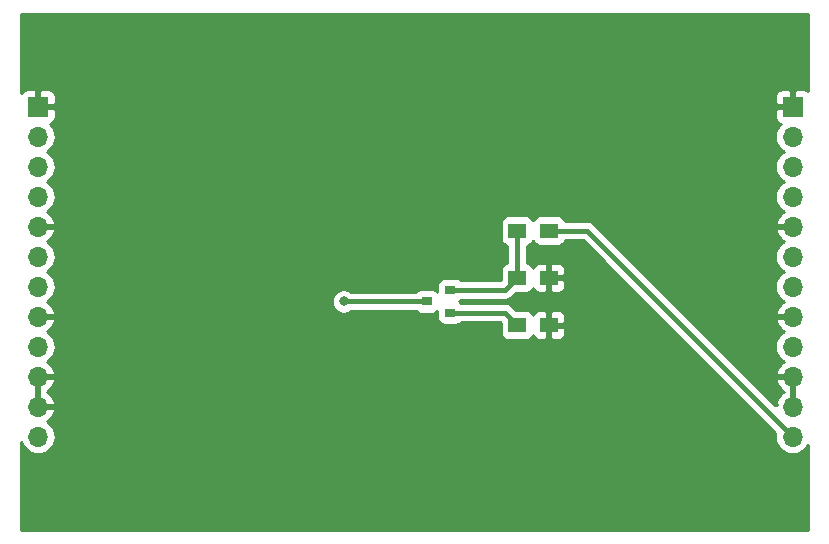
<source format=gbr>
G04 #@! TF.GenerationSoftware,KiCad,Pcbnew,(5.1.0)-1*
G04 #@! TF.CreationDate,2019-08-17T17:24:14+01:00*
G04 #@! TF.ProjectId,lcd_Daughterboard,6c63645f-4461-4756-9768-746572626f61,rev?*
G04 #@! TF.SameCoordinates,Original*
G04 #@! TF.FileFunction,Copper,L2,Bot*
G04 #@! TF.FilePolarity,Positive*
%FSLAX46Y46*%
G04 Gerber Fmt 4.6, Leading zero omitted, Abs format (unit mm)*
G04 Created by KiCad (PCBNEW (5.1.0)-1) date 2019-08-17 17:24:14*
%MOMM*%
%LPD*%
G04 APERTURE LIST*
%ADD10O,1.700000X1.700000*%
%ADD11R,1.700000X1.700000*%
%ADD12R,1.500000X1.300000*%
%ADD13R,0.900000X0.800000*%
%ADD14C,0.800000*%
%ADD15C,0.400000*%
%ADD16C,0.254000*%
G04 APERTURE END LIST*
D10*
X102100000Y-136440000D03*
X102100000Y-133900000D03*
X102100000Y-131360000D03*
X102100000Y-128820000D03*
X102100000Y-126280000D03*
X102100000Y-123740000D03*
X102100000Y-121200000D03*
X102100000Y-118660000D03*
X102100000Y-116120000D03*
X102100000Y-113580000D03*
X102100000Y-111040000D03*
D11*
X102100000Y-108500000D03*
X166000000Y-108500000D03*
D10*
X166000000Y-111040000D03*
X166000000Y-113580000D03*
X166000000Y-116120000D03*
X166000000Y-118660000D03*
X166000000Y-121200000D03*
X166000000Y-123740000D03*
X166000000Y-126280000D03*
X166000000Y-128820000D03*
X166000000Y-131360000D03*
X166000000Y-133900000D03*
X166000000Y-136440000D03*
D12*
X145350000Y-119000000D03*
X142650000Y-119000000D03*
X145350000Y-123000000D03*
X142650000Y-123000000D03*
X145350000Y-127000000D03*
X142650000Y-127000000D03*
D13*
X135000000Y-125000000D03*
X137000000Y-125950000D03*
X137000000Y-124050000D03*
D14*
X113600000Y-133100000D03*
X156000000Y-132500000D03*
X141300000Y-133100000D03*
X125900000Y-132900000D03*
X128000000Y-125000000D03*
D15*
X148560000Y-119000000D02*
X166000000Y-136440000D01*
X145350000Y-119000000D02*
X148560000Y-119000000D01*
X141600000Y-124050000D02*
X142650000Y-123000000D01*
X137000000Y-124050000D02*
X141600000Y-124050000D01*
X142650000Y-119000000D02*
X142650000Y-123000000D01*
X141600000Y-125950000D02*
X142650000Y-127000000D01*
X137000000Y-125950000D02*
X141600000Y-125950000D01*
X135000000Y-125000000D02*
X128000000Y-125000000D01*
D16*
G36*
X167315000Y-107215649D02*
G01*
X167301185Y-107198815D01*
X167204494Y-107119463D01*
X167094180Y-107060498D01*
X166974482Y-107024188D01*
X166850000Y-107011928D01*
X166285750Y-107015000D01*
X166127000Y-107173750D01*
X166127000Y-108373000D01*
X166147000Y-108373000D01*
X166147000Y-108627000D01*
X166127000Y-108627000D01*
X166127000Y-108647000D01*
X165873000Y-108647000D01*
X165873000Y-108627000D01*
X164673750Y-108627000D01*
X164515000Y-108785750D01*
X164511928Y-109350000D01*
X164524188Y-109474482D01*
X164560498Y-109594180D01*
X164619463Y-109704494D01*
X164698815Y-109801185D01*
X164795506Y-109880537D01*
X164905820Y-109939502D01*
X164974687Y-109960393D01*
X164944866Y-109984866D01*
X164759294Y-110210986D01*
X164621401Y-110468966D01*
X164536487Y-110748889D01*
X164507815Y-111040000D01*
X164536487Y-111331111D01*
X164621401Y-111611034D01*
X164759294Y-111869014D01*
X164944866Y-112095134D01*
X165170986Y-112280706D01*
X165225791Y-112310000D01*
X165170986Y-112339294D01*
X164944866Y-112524866D01*
X164759294Y-112750986D01*
X164621401Y-113008966D01*
X164536487Y-113288889D01*
X164507815Y-113580000D01*
X164536487Y-113871111D01*
X164621401Y-114151034D01*
X164759294Y-114409014D01*
X164944866Y-114635134D01*
X165170986Y-114820706D01*
X165225791Y-114850000D01*
X165170986Y-114879294D01*
X164944866Y-115064866D01*
X164759294Y-115290986D01*
X164621401Y-115548966D01*
X164536487Y-115828889D01*
X164507815Y-116120000D01*
X164536487Y-116411111D01*
X164621401Y-116691034D01*
X164759294Y-116949014D01*
X164944866Y-117175134D01*
X165170986Y-117360706D01*
X165235523Y-117395201D01*
X165118645Y-117464822D01*
X164902412Y-117659731D01*
X164728359Y-117893080D01*
X164603175Y-118155901D01*
X164558524Y-118303110D01*
X164679845Y-118533000D01*
X165873000Y-118533000D01*
X165873000Y-118513000D01*
X166127000Y-118513000D01*
X166127000Y-118533000D01*
X166147000Y-118533000D01*
X166147000Y-118787000D01*
X166127000Y-118787000D01*
X166127000Y-118807000D01*
X165873000Y-118807000D01*
X165873000Y-118787000D01*
X164679845Y-118787000D01*
X164558524Y-119016890D01*
X164603175Y-119164099D01*
X164728359Y-119426920D01*
X164902412Y-119660269D01*
X165118645Y-119855178D01*
X165235523Y-119924799D01*
X165170986Y-119959294D01*
X164944866Y-120144866D01*
X164759294Y-120370986D01*
X164621401Y-120628966D01*
X164536487Y-120908889D01*
X164507815Y-121200000D01*
X164536487Y-121491111D01*
X164621401Y-121771034D01*
X164759294Y-122029014D01*
X164944866Y-122255134D01*
X165170986Y-122440706D01*
X165225791Y-122470000D01*
X165170986Y-122499294D01*
X164944866Y-122684866D01*
X164759294Y-122910986D01*
X164621401Y-123168966D01*
X164536487Y-123448889D01*
X164507815Y-123740000D01*
X164536487Y-124031111D01*
X164621401Y-124311034D01*
X164759294Y-124569014D01*
X164944866Y-124795134D01*
X165170986Y-124980706D01*
X165235523Y-125015201D01*
X165118645Y-125084822D01*
X164902412Y-125279731D01*
X164728359Y-125513080D01*
X164603175Y-125775901D01*
X164558524Y-125923110D01*
X164679845Y-126153000D01*
X165873000Y-126153000D01*
X165873000Y-126133000D01*
X166127000Y-126133000D01*
X166127000Y-126153000D01*
X166147000Y-126153000D01*
X166147000Y-126407000D01*
X166127000Y-126407000D01*
X166127000Y-126427000D01*
X165873000Y-126427000D01*
X165873000Y-126407000D01*
X164679845Y-126407000D01*
X164558524Y-126636890D01*
X164603175Y-126784099D01*
X164728359Y-127046920D01*
X164902412Y-127280269D01*
X165118645Y-127475178D01*
X165235523Y-127544799D01*
X165170986Y-127579294D01*
X164944866Y-127764866D01*
X164759294Y-127990986D01*
X164621401Y-128248966D01*
X164536487Y-128528889D01*
X164507815Y-128820000D01*
X164536487Y-129111111D01*
X164621401Y-129391034D01*
X164759294Y-129649014D01*
X164944866Y-129875134D01*
X165170986Y-130060706D01*
X165235523Y-130095201D01*
X165118645Y-130164822D01*
X164902412Y-130359731D01*
X164728359Y-130593080D01*
X164603175Y-130855901D01*
X164558524Y-131003110D01*
X164679845Y-131233000D01*
X165873000Y-131233000D01*
X165873000Y-131213000D01*
X166127000Y-131213000D01*
X166127000Y-131233000D01*
X166147000Y-131233000D01*
X166147000Y-131487000D01*
X166127000Y-131487000D01*
X166127000Y-133773000D01*
X166147000Y-133773000D01*
X166147000Y-134027000D01*
X166127000Y-134027000D01*
X166127000Y-134047000D01*
X165873000Y-134047000D01*
X165873000Y-134027000D01*
X165853000Y-134027000D01*
X165853000Y-133773000D01*
X165873000Y-133773000D01*
X165873000Y-131487000D01*
X164679845Y-131487000D01*
X164558524Y-131716890D01*
X164603175Y-131864099D01*
X164728359Y-132126920D01*
X164902412Y-132360269D01*
X165118645Y-132555178D01*
X165244255Y-132630000D01*
X165118645Y-132704822D01*
X164902412Y-132899731D01*
X164728359Y-133133080D01*
X164603175Y-133395901D01*
X164558524Y-133543110D01*
X164679844Y-133772998D01*
X164515000Y-133772998D01*
X164515000Y-133774131D01*
X149179446Y-118438579D01*
X149153291Y-118406709D01*
X149026146Y-118302364D01*
X148881087Y-118224828D01*
X148723689Y-118177082D01*
X148601019Y-118165000D01*
X148601018Y-118165000D01*
X148560000Y-118160960D01*
X148518982Y-118165000D01*
X146707454Y-118165000D01*
X146689502Y-118105820D01*
X146630537Y-117995506D01*
X146551185Y-117898815D01*
X146454494Y-117819463D01*
X146344180Y-117760498D01*
X146224482Y-117724188D01*
X146100000Y-117711928D01*
X144600000Y-117711928D01*
X144475518Y-117724188D01*
X144355820Y-117760498D01*
X144245506Y-117819463D01*
X144148815Y-117898815D01*
X144069463Y-117995506D01*
X144010498Y-118105820D01*
X144000000Y-118140427D01*
X143989502Y-118105820D01*
X143930537Y-117995506D01*
X143851185Y-117898815D01*
X143754494Y-117819463D01*
X143644180Y-117760498D01*
X143524482Y-117724188D01*
X143400000Y-117711928D01*
X141900000Y-117711928D01*
X141775518Y-117724188D01*
X141655820Y-117760498D01*
X141545506Y-117819463D01*
X141448815Y-117898815D01*
X141369463Y-117995506D01*
X141310498Y-118105820D01*
X141274188Y-118225518D01*
X141261928Y-118350000D01*
X141261928Y-119650000D01*
X141274188Y-119774482D01*
X141310498Y-119894180D01*
X141369463Y-120004494D01*
X141448815Y-120101185D01*
X141545506Y-120180537D01*
X141655820Y-120239502D01*
X141775518Y-120275812D01*
X141815000Y-120279701D01*
X141815001Y-121720299D01*
X141775518Y-121724188D01*
X141655820Y-121760498D01*
X141545506Y-121819463D01*
X141448815Y-121898815D01*
X141369463Y-121995506D01*
X141310498Y-122105820D01*
X141274188Y-122225518D01*
X141261928Y-122350000D01*
X141261928Y-123207205D01*
X141254133Y-123215000D01*
X137914468Y-123215000D01*
X137901185Y-123198815D01*
X137804494Y-123119463D01*
X137694180Y-123060498D01*
X137574482Y-123024188D01*
X137450000Y-123011928D01*
X136550000Y-123011928D01*
X136425518Y-123024188D01*
X136305820Y-123060498D01*
X136195506Y-123119463D01*
X136098815Y-123198815D01*
X136019463Y-123295506D01*
X135960498Y-123405820D01*
X135924188Y-123525518D01*
X135911928Y-123650000D01*
X135911928Y-124161905D01*
X135901185Y-124148815D01*
X135804494Y-124069463D01*
X135694180Y-124010498D01*
X135574482Y-123974188D01*
X135450000Y-123961928D01*
X134550000Y-123961928D01*
X134425518Y-123974188D01*
X134305820Y-124010498D01*
X134195506Y-124069463D01*
X134098815Y-124148815D01*
X134085532Y-124165000D01*
X128613285Y-124165000D01*
X128490256Y-124082795D01*
X128301898Y-124004774D01*
X128101939Y-123965000D01*
X127898061Y-123965000D01*
X127698102Y-124004774D01*
X127509744Y-124082795D01*
X127340226Y-124196063D01*
X127196063Y-124340226D01*
X127082795Y-124509744D01*
X127004774Y-124698102D01*
X126965000Y-124898061D01*
X126965000Y-125101939D01*
X127004774Y-125301898D01*
X127082795Y-125490256D01*
X127196063Y-125659774D01*
X127340226Y-125803937D01*
X127509744Y-125917205D01*
X127698102Y-125995226D01*
X127898061Y-126035000D01*
X128101939Y-126035000D01*
X128301898Y-125995226D01*
X128490256Y-125917205D01*
X128613285Y-125835000D01*
X134085532Y-125835000D01*
X134098815Y-125851185D01*
X134195506Y-125930537D01*
X134305820Y-125989502D01*
X134425518Y-126025812D01*
X134550000Y-126038072D01*
X135450000Y-126038072D01*
X135574482Y-126025812D01*
X135694180Y-125989502D01*
X135804494Y-125930537D01*
X135901185Y-125851185D01*
X135911928Y-125838095D01*
X135911928Y-126350000D01*
X135924188Y-126474482D01*
X135960498Y-126594180D01*
X136019463Y-126704494D01*
X136098815Y-126801185D01*
X136195506Y-126880537D01*
X136305820Y-126939502D01*
X136425518Y-126975812D01*
X136550000Y-126988072D01*
X137450000Y-126988072D01*
X137574482Y-126975812D01*
X137694180Y-126939502D01*
X137804494Y-126880537D01*
X137901185Y-126801185D01*
X137914468Y-126785000D01*
X141254133Y-126785000D01*
X141261928Y-126792795D01*
X141261928Y-127650000D01*
X141274188Y-127774482D01*
X141310498Y-127894180D01*
X141369463Y-128004494D01*
X141448815Y-128101185D01*
X141545506Y-128180537D01*
X141655820Y-128239502D01*
X141775518Y-128275812D01*
X141900000Y-128288072D01*
X143400000Y-128288072D01*
X143524482Y-128275812D01*
X143644180Y-128239502D01*
X143754494Y-128180537D01*
X143851185Y-128101185D01*
X143930537Y-128004494D01*
X143989502Y-127894180D01*
X144000000Y-127859573D01*
X144010498Y-127894180D01*
X144069463Y-128004494D01*
X144148815Y-128101185D01*
X144245506Y-128180537D01*
X144355820Y-128239502D01*
X144475518Y-128275812D01*
X144600000Y-128288072D01*
X145064250Y-128285000D01*
X145223000Y-128126250D01*
X145223000Y-127127000D01*
X145477000Y-127127000D01*
X145477000Y-128126250D01*
X145635750Y-128285000D01*
X146100000Y-128288072D01*
X146224482Y-128275812D01*
X146344180Y-128239502D01*
X146454494Y-128180537D01*
X146551185Y-128101185D01*
X146630537Y-128004494D01*
X146689502Y-127894180D01*
X146725812Y-127774482D01*
X146738072Y-127650000D01*
X146735000Y-127285750D01*
X146576250Y-127127000D01*
X145477000Y-127127000D01*
X145223000Y-127127000D01*
X145203000Y-127127000D01*
X145203000Y-126873000D01*
X145223000Y-126873000D01*
X145223000Y-125873750D01*
X145477000Y-125873750D01*
X145477000Y-126873000D01*
X146576250Y-126873000D01*
X146735000Y-126714250D01*
X146738072Y-126350000D01*
X146725812Y-126225518D01*
X146689502Y-126105820D01*
X146630537Y-125995506D01*
X146551185Y-125898815D01*
X146454494Y-125819463D01*
X146344180Y-125760498D01*
X146224482Y-125724188D01*
X146100000Y-125711928D01*
X145635750Y-125715000D01*
X145477000Y-125873750D01*
X145223000Y-125873750D01*
X145064250Y-125715000D01*
X144600000Y-125711928D01*
X144475518Y-125724188D01*
X144355820Y-125760498D01*
X144245506Y-125819463D01*
X144148815Y-125898815D01*
X144069463Y-125995506D01*
X144010498Y-126105820D01*
X144000000Y-126140427D01*
X143989502Y-126105820D01*
X143930537Y-125995506D01*
X143851185Y-125898815D01*
X143754494Y-125819463D01*
X143644180Y-125760498D01*
X143524482Y-125724188D01*
X143400000Y-125711928D01*
X142542795Y-125711928D01*
X142219446Y-125388579D01*
X142193291Y-125356709D01*
X142066146Y-125252364D01*
X141921087Y-125174828D01*
X141763689Y-125127082D01*
X141641019Y-125115000D01*
X141641018Y-125115000D01*
X141600000Y-125110960D01*
X141558982Y-125115000D01*
X137914468Y-125115000D01*
X137901185Y-125098815D01*
X137804494Y-125019463D01*
X137768082Y-125000000D01*
X137804494Y-124980537D01*
X137901185Y-124901185D01*
X137914468Y-124885000D01*
X141558982Y-124885000D01*
X141600000Y-124889040D01*
X141641018Y-124885000D01*
X141641019Y-124885000D01*
X141763689Y-124872918D01*
X141921087Y-124825172D01*
X142066146Y-124747636D01*
X142193291Y-124643291D01*
X142219446Y-124611421D01*
X142542795Y-124288072D01*
X143400000Y-124288072D01*
X143524482Y-124275812D01*
X143644180Y-124239502D01*
X143754494Y-124180537D01*
X143851185Y-124101185D01*
X143930537Y-124004494D01*
X143989502Y-123894180D01*
X144000000Y-123859573D01*
X144010498Y-123894180D01*
X144069463Y-124004494D01*
X144148815Y-124101185D01*
X144245506Y-124180537D01*
X144355820Y-124239502D01*
X144475518Y-124275812D01*
X144600000Y-124288072D01*
X145064250Y-124285000D01*
X145223000Y-124126250D01*
X145223000Y-123127000D01*
X145477000Y-123127000D01*
X145477000Y-124126250D01*
X145635750Y-124285000D01*
X146100000Y-124288072D01*
X146224482Y-124275812D01*
X146344180Y-124239502D01*
X146454494Y-124180537D01*
X146551185Y-124101185D01*
X146630537Y-124004494D01*
X146689502Y-123894180D01*
X146725812Y-123774482D01*
X146738072Y-123650000D01*
X146735000Y-123285750D01*
X146576250Y-123127000D01*
X145477000Y-123127000D01*
X145223000Y-123127000D01*
X145203000Y-123127000D01*
X145203000Y-122873000D01*
X145223000Y-122873000D01*
X145223000Y-121873750D01*
X145477000Y-121873750D01*
X145477000Y-122873000D01*
X146576250Y-122873000D01*
X146735000Y-122714250D01*
X146738072Y-122350000D01*
X146725812Y-122225518D01*
X146689502Y-122105820D01*
X146630537Y-121995506D01*
X146551185Y-121898815D01*
X146454494Y-121819463D01*
X146344180Y-121760498D01*
X146224482Y-121724188D01*
X146100000Y-121711928D01*
X145635750Y-121715000D01*
X145477000Y-121873750D01*
X145223000Y-121873750D01*
X145064250Y-121715000D01*
X144600000Y-121711928D01*
X144475518Y-121724188D01*
X144355820Y-121760498D01*
X144245506Y-121819463D01*
X144148815Y-121898815D01*
X144069463Y-121995506D01*
X144010498Y-122105820D01*
X144000000Y-122140427D01*
X143989502Y-122105820D01*
X143930537Y-121995506D01*
X143851185Y-121898815D01*
X143754494Y-121819463D01*
X143644180Y-121760498D01*
X143524482Y-121724188D01*
X143485000Y-121720299D01*
X143485000Y-120279701D01*
X143524482Y-120275812D01*
X143644180Y-120239502D01*
X143754494Y-120180537D01*
X143851185Y-120101185D01*
X143930537Y-120004494D01*
X143989502Y-119894180D01*
X144000000Y-119859573D01*
X144010498Y-119894180D01*
X144069463Y-120004494D01*
X144148815Y-120101185D01*
X144245506Y-120180537D01*
X144355820Y-120239502D01*
X144475518Y-120275812D01*
X144600000Y-120288072D01*
X146100000Y-120288072D01*
X146224482Y-120275812D01*
X146344180Y-120239502D01*
X146454494Y-120180537D01*
X146551185Y-120101185D01*
X146630537Y-120004494D01*
X146689502Y-119894180D01*
X146707454Y-119835000D01*
X148214133Y-119835000D01*
X164535728Y-136156597D01*
X164507815Y-136440000D01*
X164536487Y-136731111D01*
X164621401Y-137011034D01*
X164759294Y-137269014D01*
X164944866Y-137495134D01*
X165170986Y-137680706D01*
X165428966Y-137818599D01*
X165708889Y-137903513D01*
X165927050Y-137925000D01*
X166072950Y-137925000D01*
X166291111Y-137903513D01*
X166571034Y-137818599D01*
X166829014Y-137680706D01*
X167055134Y-137495134D01*
X167240706Y-137269014D01*
X167315001Y-137130018D01*
X167315001Y-144315000D01*
X100685000Y-144315000D01*
X100685000Y-136891036D01*
X100721401Y-137011034D01*
X100859294Y-137269014D01*
X101044866Y-137495134D01*
X101270986Y-137680706D01*
X101528966Y-137818599D01*
X101808889Y-137903513D01*
X102027050Y-137925000D01*
X102172950Y-137925000D01*
X102391111Y-137903513D01*
X102671034Y-137818599D01*
X102929014Y-137680706D01*
X103155134Y-137495134D01*
X103340706Y-137269014D01*
X103478599Y-137011034D01*
X103563513Y-136731111D01*
X103592185Y-136440000D01*
X103563513Y-136148889D01*
X103478599Y-135868966D01*
X103340706Y-135610986D01*
X103155134Y-135384866D01*
X102929014Y-135199294D01*
X102864477Y-135164799D01*
X102981355Y-135095178D01*
X103197588Y-134900269D01*
X103371641Y-134666920D01*
X103496825Y-134404099D01*
X103541476Y-134256890D01*
X103420155Y-134027000D01*
X102227000Y-134027000D01*
X102227000Y-134047000D01*
X101973000Y-134047000D01*
X101973000Y-134027000D01*
X101953000Y-134027000D01*
X101953000Y-133773000D01*
X101973000Y-133773000D01*
X101973000Y-131487000D01*
X102227000Y-131487000D01*
X102227000Y-133773000D01*
X103420155Y-133773000D01*
X103541476Y-133543110D01*
X103496825Y-133395901D01*
X103371641Y-133133080D01*
X103197588Y-132899731D01*
X102981355Y-132704822D01*
X102855745Y-132630000D01*
X102981355Y-132555178D01*
X103197588Y-132360269D01*
X103371641Y-132126920D01*
X103496825Y-131864099D01*
X103541476Y-131716890D01*
X103420155Y-131487000D01*
X102227000Y-131487000D01*
X101973000Y-131487000D01*
X101953000Y-131487000D01*
X101953000Y-131233000D01*
X101973000Y-131233000D01*
X101973000Y-131213000D01*
X102227000Y-131213000D01*
X102227000Y-131233000D01*
X103420155Y-131233000D01*
X103541476Y-131003110D01*
X103496825Y-130855901D01*
X103371641Y-130593080D01*
X103197588Y-130359731D01*
X102981355Y-130164822D01*
X102864477Y-130095201D01*
X102929014Y-130060706D01*
X103155134Y-129875134D01*
X103340706Y-129649014D01*
X103478599Y-129391034D01*
X103563513Y-129111111D01*
X103592185Y-128820000D01*
X103563513Y-128528889D01*
X103478599Y-128248966D01*
X103340706Y-127990986D01*
X103155134Y-127764866D01*
X102929014Y-127579294D01*
X102864477Y-127544799D01*
X102981355Y-127475178D01*
X103197588Y-127280269D01*
X103371641Y-127046920D01*
X103496825Y-126784099D01*
X103541476Y-126636890D01*
X103420155Y-126407000D01*
X102227000Y-126407000D01*
X102227000Y-126427000D01*
X101973000Y-126427000D01*
X101973000Y-126407000D01*
X101953000Y-126407000D01*
X101953000Y-126153000D01*
X101973000Y-126153000D01*
X101973000Y-126133000D01*
X102227000Y-126133000D01*
X102227000Y-126153000D01*
X103420155Y-126153000D01*
X103541476Y-125923110D01*
X103496825Y-125775901D01*
X103371641Y-125513080D01*
X103197588Y-125279731D01*
X102981355Y-125084822D01*
X102864477Y-125015201D01*
X102929014Y-124980706D01*
X103155134Y-124795134D01*
X103340706Y-124569014D01*
X103478599Y-124311034D01*
X103563513Y-124031111D01*
X103592185Y-123740000D01*
X103563513Y-123448889D01*
X103478599Y-123168966D01*
X103340706Y-122910986D01*
X103155134Y-122684866D01*
X102929014Y-122499294D01*
X102874209Y-122470000D01*
X102929014Y-122440706D01*
X103155134Y-122255134D01*
X103340706Y-122029014D01*
X103478599Y-121771034D01*
X103563513Y-121491111D01*
X103592185Y-121200000D01*
X103563513Y-120908889D01*
X103478599Y-120628966D01*
X103340706Y-120370986D01*
X103155134Y-120144866D01*
X102929014Y-119959294D01*
X102864477Y-119924799D01*
X102981355Y-119855178D01*
X103197588Y-119660269D01*
X103371641Y-119426920D01*
X103496825Y-119164099D01*
X103541476Y-119016890D01*
X103420155Y-118787000D01*
X102227000Y-118787000D01*
X102227000Y-118807000D01*
X101973000Y-118807000D01*
X101973000Y-118787000D01*
X101953000Y-118787000D01*
X101953000Y-118533000D01*
X101973000Y-118533000D01*
X101973000Y-118513000D01*
X102227000Y-118513000D01*
X102227000Y-118533000D01*
X103420155Y-118533000D01*
X103541476Y-118303110D01*
X103496825Y-118155901D01*
X103371641Y-117893080D01*
X103197588Y-117659731D01*
X102981355Y-117464822D01*
X102864477Y-117395201D01*
X102929014Y-117360706D01*
X103155134Y-117175134D01*
X103340706Y-116949014D01*
X103478599Y-116691034D01*
X103563513Y-116411111D01*
X103592185Y-116120000D01*
X103563513Y-115828889D01*
X103478599Y-115548966D01*
X103340706Y-115290986D01*
X103155134Y-115064866D01*
X102929014Y-114879294D01*
X102874209Y-114850000D01*
X102929014Y-114820706D01*
X103155134Y-114635134D01*
X103340706Y-114409014D01*
X103478599Y-114151034D01*
X103563513Y-113871111D01*
X103592185Y-113580000D01*
X103563513Y-113288889D01*
X103478599Y-113008966D01*
X103340706Y-112750986D01*
X103155134Y-112524866D01*
X102929014Y-112339294D01*
X102874209Y-112310000D01*
X102929014Y-112280706D01*
X103155134Y-112095134D01*
X103340706Y-111869014D01*
X103478599Y-111611034D01*
X103563513Y-111331111D01*
X103592185Y-111040000D01*
X103563513Y-110748889D01*
X103478599Y-110468966D01*
X103340706Y-110210986D01*
X103155134Y-109984866D01*
X103125313Y-109960393D01*
X103194180Y-109939502D01*
X103304494Y-109880537D01*
X103401185Y-109801185D01*
X103480537Y-109704494D01*
X103539502Y-109594180D01*
X103575812Y-109474482D01*
X103588072Y-109350000D01*
X103585000Y-108785750D01*
X103426250Y-108627000D01*
X102227000Y-108627000D01*
X102227000Y-108647000D01*
X101973000Y-108647000D01*
X101973000Y-108627000D01*
X101953000Y-108627000D01*
X101953000Y-108373000D01*
X101973000Y-108373000D01*
X101973000Y-107173750D01*
X102227000Y-107173750D01*
X102227000Y-108373000D01*
X103426250Y-108373000D01*
X103585000Y-108214250D01*
X103588072Y-107650000D01*
X164511928Y-107650000D01*
X164515000Y-108214250D01*
X164673750Y-108373000D01*
X165873000Y-108373000D01*
X165873000Y-107173750D01*
X165714250Y-107015000D01*
X165150000Y-107011928D01*
X165025518Y-107024188D01*
X164905820Y-107060498D01*
X164795506Y-107119463D01*
X164698815Y-107198815D01*
X164619463Y-107295506D01*
X164560498Y-107405820D01*
X164524188Y-107525518D01*
X164511928Y-107650000D01*
X103588072Y-107650000D01*
X103575812Y-107525518D01*
X103539502Y-107405820D01*
X103480537Y-107295506D01*
X103401185Y-107198815D01*
X103304494Y-107119463D01*
X103194180Y-107060498D01*
X103074482Y-107024188D01*
X102950000Y-107011928D01*
X102385750Y-107015000D01*
X102227000Y-107173750D01*
X101973000Y-107173750D01*
X101814250Y-107015000D01*
X101250000Y-107011928D01*
X101125518Y-107024188D01*
X101005820Y-107060498D01*
X100895506Y-107119463D01*
X100798815Y-107198815D01*
X100719463Y-107295506D01*
X100685000Y-107359981D01*
X100685000Y-100685000D01*
X167315000Y-100685000D01*
X167315000Y-107215649D01*
X167315000Y-107215649D01*
G37*
X167315000Y-107215649D02*
X167301185Y-107198815D01*
X167204494Y-107119463D01*
X167094180Y-107060498D01*
X166974482Y-107024188D01*
X166850000Y-107011928D01*
X166285750Y-107015000D01*
X166127000Y-107173750D01*
X166127000Y-108373000D01*
X166147000Y-108373000D01*
X166147000Y-108627000D01*
X166127000Y-108627000D01*
X166127000Y-108647000D01*
X165873000Y-108647000D01*
X165873000Y-108627000D01*
X164673750Y-108627000D01*
X164515000Y-108785750D01*
X164511928Y-109350000D01*
X164524188Y-109474482D01*
X164560498Y-109594180D01*
X164619463Y-109704494D01*
X164698815Y-109801185D01*
X164795506Y-109880537D01*
X164905820Y-109939502D01*
X164974687Y-109960393D01*
X164944866Y-109984866D01*
X164759294Y-110210986D01*
X164621401Y-110468966D01*
X164536487Y-110748889D01*
X164507815Y-111040000D01*
X164536487Y-111331111D01*
X164621401Y-111611034D01*
X164759294Y-111869014D01*
X164944866Y-112095134D01*
X165170986Y-112280706D01*
X165225791Y-112310000D01*
X165170986Y-112339294D01*
X164944866Y-112524866D01*
X164759294Y-112750986D01*
X164621401Y-113008966D01*
X164536487Y-113288889D01*
X164507815Y-113580000D01*
X164536487Y-113871111D01*
X164621401Y-114151034D01*
X164759294Y-114409014D01*
X164944866Y-114635134D01*
X165170986Y-114820706D01*
X165225791Y-114850000D01*
X165170986Y-114879294D01*
X164944866Y-115064866D01*
X164759294Y-115290986D01*
X164621401Y-115548966D01*
X164536487Y-115828889D01*
X164507815Y-116120000D01*
X164536487Y-116411111D01*
X164621401Y-116691034D01*
X164759294Y-116949014D01*
X164944866Y-117175134D01*
X165170986Y-117360706D01*
X165235523Y-117395201D01*
X165118645Y-117464822D01*
X164902412Y-117659731D01*
X164728359Y-117893080D01*
X164603175Y-118155901D01*
X164558524Y-118303110D01*
X164679845Y-118533000D01*
X165873000Y-118533000D01*
X165873000Y-118513000D01*
X166127000Y-118513000D01*
X166127000Y-118533000D01*
X166147000Y-118533000D01*
X166147000Y-118787000D01*
X166127000Y-118787000D01*
X166127000Y-118807000D01*
X165873000Y-118807000D01*
X165873000Y-118787000D01*
X164679845Y-118787000D01*
X164558524Y-119016890D01*
X164603175Y-119164099D01*
X164728359Y-119426920D01*
X164902412Y-119660269D01*
X165118645Y-119855178D01*
X165235523Y-119924799D01*
X165170986Y-119959294D01*
X164944866Y-120144866D01*
X164759294Y-120370986D01*
X164621401Y-120628966D01*
X164536487Y-120908889D01*
X164507815Y-121200000D01*
X164536487Y-121491111D01*
X164621401Y-121771034D01*
X164759294Y-122029014D01*
X164944866Y-122255134D01*
X165170986Y-122440706D01*
X165225791Y-122470000D01*
X165170986Y-122499294D01*
X164944866Y-122684866D01*
X164759294Y-122910986D01*
X164621401Y-123168966D01*
X164536487Y-123448889D01*
X164507815Y-123740000D01*
X164536487Y-124031111D01*
X164621401Y-124311034D01*
X164759294Y-124569014D01*
X164944866Y-124795134D01*
X165170986Y-124980706D01*
X165235523Y-125015201D01*
X165118645Y-125084822D01*
X164902412Y-125279731D01*
X164728359Y-125513080D01*
X164603175Y-125775901D01*
X164558524Y-125923110D01*
X164679845Y-126153000D01*
X165873000Y-126153000D01*
X165873000Y-126133000D01*
X166127000Y-126133000D01*
X166127000Y-126153000D01*
X166147000Y-126153000D01*
X166147000Y-126407000D01*
X166127000Y-126407000D01*
X166127000Y-126427000D01*
X165873000Y-126427000D01*
X165873000Y-126407000D01*
X164679845Y-126407000D01*
X164558524Y-126636890D01*
X164603175Y-126784099D01*
X164728359Y-127046920D01*
X164902412Y-127280269D01*
X165118645Y-127475178D01*
X165235523Y-127544799D01*
X165170986Y-127579294D01*
X164944866Y-127764866D01*
X164759294Y-127990986D01*
X164621401Y-128248966D01*
X164536487Y-128528889D01*
X164507815Y-128820000D01*
X164536487Y-129111111D01*
X164621401Y-129391034D01*
X164759294Y-129649014D01*
X164944866Y-129875134D01*
X165170986Y-130060706D01*
X165235523Y-130095201D01*
X165118645Y-130164822D01*
X164902412Y-130359731D01*
X164728359Y-130593080D01*
X164603175Y-130855901D01*
X164558524Y-131003110D01*
X164679845Y-131233000D01*
X165873000Y-131233000D01*
X165873000Y-131213000D01*
X166127000Y-131213000D01*
X166127000Y-131233000D01*
X166147000Y-131233000D01*
X166147000Y-131487000D01*
X166127000Y-131487000D01*
X166127000Y-133773000D01*
X166147000Y-133773000D01*
X166147000Y-134027000D01*
X166127000Y-134027000D01*
X166127000Y-134047000D01*
X165873000Y-134047000D01*
X165873000Y-134027000D01*
X165853000Y-134027000D01*
X165853000Y-133773000D01*
X165873000Y-133773000D01*
X165873000Y-131487000D01*
X164679845Y-131487000D01*
X164558524Y-131716890D01*
X164603175Y-131864099D01*
X164728359Y-132126920D01*
X164902412Y-132360269D01*
X165118645Y-132555178D01*
X165244255Y-132630000D01*
X165118645Y-132704822D01*
X164902412Y-132899731D01*
X164728359Y-133133080D01*
X164603175Y-133395901D01*
X164558524Y-133543110D01*
X164679844Y-133772998D01*
X164515000Y-133772998D01*
X164515000Y-133774131D01*
X149179446Y-118438579D01*
X149153291Y-118406709D01*
X149026146Y-118302364D01*
X148881087Y-118224828D01*
X148723689Y-118177082D01*
X148601019Y-118165000D01*
X148601018Y-118165000D01*
X148560000Y-118160960D01*
X148518982Y-118165000D01*
X146707454Y-118165000D01*
X146689502Y-118105820D01*
X146630537Y-117995506D01*
X146551185Y-117898815D01*
X146454494Y-117819463D01*
X146344180Y-117760498D01*
X146224482Y-117724188D01*
X146100000Y-117711928D01*
X144600000Y-117711928D01*
X144475518Y-117724188D01*
X144355820Y-117760498D01*
X144245506Y-117819463D01*
X144148815Y-117898815D01*
X144069463Y-117995506D01*
X144010498Y-118105820D01*
X144000000Y-118140427D01*
X143989502Y-118105820D01*
X143930537Y-117995506D01*
X143851185Y-117898815D01*
X143754494Y-117819463D01*
X143644180Y-117760498D01*
X143524482Y-117724188D01*
X143400000Y-117711928D01*
X141900000Y-117711928D01*
X141775518Y-117724188D01*
X141655820Y-117760498D01*
X141545506Y-117819463D01*
X141448815Y-117898815D01*
X141369463Y-117995506D01*
X141310498Y-118105820D01*
X141274188Y-118225518D01*
X141261928Y-118350000D01*
X141261928Y-119650000D01*
X141274188Y-119774482D01*
X141310498Y-119894180D01*
X141369463Y-120004494D01*
X141448815Y-120101185D01*
X141545506Y-120180537D01*
X141655820Y-120239502D01*
X141775518Y-120275812D01*
X141815000Y-120279701D01*
X141815001Y-121720299D01*
X141775518Y-121724188D01*
X141655820Y-121760498D01*
X141545506Y-121819463D01*
X141448815Y-121898815D01*
X141369463Y-121995506D01*
X141310498Y-122105820D01*
X141274188Y-122225518D01*
X141261928Y-122350000D01*
X141261928Y-123207205D01*
X141254133Y-123215000D01*
X137914468Y-123215000D01*
X137901185Y-123198815D01*
X137804494Y-123119463D01*
X137694180Y-123060498D01*
X137574482Y-123024188D01*
X137450000Y-123011928D01*
X136550000Y-123011928D01*
X136425518Y-123024188D01*
X136305820Y-123060498D01*
X136195506Y-123119463D01*
X136098815Y-123198815D01*
X136019463Y-123295506D01*
X135960498Y-123405820D01*
X135924188Y-123525518D01*
X135911928Y-123650000D01*
X135911928Y-124161905D01*
X135901185Y-124148815D01*
X135804494Y-124069463D01*
X135694180Y-124010498D01*
X135574482Y-123974188D01*
X135450000Y-123961928D01*
X134550000Y-123961928D01*
X134425518Y-123974188D01*
X134305820Y-124010498D01*
X134195506Y-124069463D01*
X134098815Y-124148815D01*
X134085532Y-124165000D01*
X128613285Y-124165000D01*
X128490256Y-124082795D01*
X128301898Y-124004774D01*
X128101939Y-123965000D01*
X127898061Y-123965000D01*
X127698102Y-124004774D01*
X127509744Y-124082795D01*
X127340226Y-124196063D01*
X127196063Y-124340226D01*
X127082795Y-124509744D01*
X127004774Y-124698102D01*
X126965000Y-124898061D01*
X126965000Y-125101939D01*
X127004774Y-125301898D01*
X127082795Y-125490256D01*
X127196063Y-125659774D01*
X127340226Y-125803937D01*
X127509744Y-125917205D01*
X127698102Y-125995226D01*
X127898061Y-126035000D01*
X128101939Y-126035000D01*
X128301898Y-125995226D01*
X128490256Y-125917205D01*
X128613285Y-125835000D01*
X134085532Y-125835000D01*
X134098815Y-125851185D01*
X134195506Y-125930537D01*
X134305820Y-125989502D01*
X134425518Y-126025812D01*
X134550000Y-126038072D01*
X135450000Y-126038072D01*
X135574482Y-126025812D01*
X135694180Y-125989502D01*
X135804494Y-125930537D01*
X135901185Y-125851185D01*
X135911928Y-125838095D01*
X135911928Y-126350000D01*
X135924188Y-126474482D01*
X135960498Y-126594180D01*
X136019463Y-126704494D01*
X136098815Y-126801185D01*
X136195506Y-126880537D01*
X136305820Y-126939502D01*
X136425518Y-126975812D01*
X136550000Y-126988072D01*
X137450000Y-126988072D01*
X137574482Y-126975812D01*
X137694180Y-126939502D01*
X137804494Y-126880537D01*
X137901185Y-126801185D01*
X137914468Y-126785000D01*
X141254133Y-126785000D01*
X141261928Y-126792795D01*
X141261928Y-127650000D01*
X141274188Y-127774482D01*
X141310498Y-127894180D01*
X141369463Y-128004494D01*
X141448815Y-128101185D01*
X141545506Y-128180537D01*
X141655820Y-128239502D01*
X141775518Y-128275812D01*
X141900000Y-128288072D01*
X143400000Y-128288072D01*
X143524482Y-128275812D01*
X143644180Y-128239502D01*
X143754494Y-128180537D01*
X143851185Y-128101185D01*
X143930537Y-128004494D01*
X143989502Y-127894180D01*
X144000000Y-127859573D01*
X144010498Y-127894180D01*
X144069463Y-128004494D01*
X144148815Y-128101185D01*
X144245506Y-128180537D01*
X144355820Y-128239502D01*
X144475518Y-128275812D01*
X144600000Y-128288072D01*
X145064250Y-128285000D01*
X145223000Y-128126250D01*
X145223000Y-127127000D01*
X145477000Y-127127000D01*
X145477000Y-128126250D01*
X145635750Y-128285000D01*
X146100000Y-128288072D01*
X146224482Y-128275812D01*
X146344180Y-128239502D01*
X146454494Y-128180537D01*
X146551185Y-128101185D01*
X146630537Y-128004494D01*
X146689502Y-127894180D01*
X146725812Y-127774482D01*
X146738072Y-127650000D01*
X146735000Y-127285750D01*
X146576250Y-127127000D01*
X145477000Y-127127000D01*
X145223000Y-127127000D01*
X145203000Y-127127000D01*
X145203000Y-126873000D01*
X145223000Y-126873000D01*
X145223000Y-125873750D01*
X145477000Y-125873750D01*
X145477000Y-126873000D01*
X146576250Y-126873000D01*
X146735000Y-126714250D01*
X146738072Y-126350000D01*
X146725812Y-126225518D01*
X146689502Y-126105820D01*
X146630537Y-125995506D01*
X146551185Y-125898815D01*
X146454494Y-125819463D01*
X146344180Y-125760498D01*
X146224482Y-125724188D01*
X146100000Y-125711928D01*
X145635750Y-125715000D01*
X145477000Y-125873750D01*
X145223000Y-125873750D01*
X145064250Y-125715000D01*
X144600000Y-125711928D01*
X144475518Y-125724188D01*
X144355820Y-125760498D01*
X144245506Y-125819463D01*
X144148815Y-125898815D01*
X144069463Y-125995506D01*
X144010498Y-126105820D01*
X144000000Y-126140427D01*
X143989502Y-126105820D01*
X143930537Y-125995506D01*
X143851185Y-125898815D01*
X143754494Y-125819463D01*
X143644180Y-125760498D01*
X143524482Y-125724188D01*
X143400000Y-125711928D01*
X142542795Y-125711928D01*
X142219446Y-125388579D01*
X142193291Y-125356709D01*
X142066146Y-125252364D01*
X141921087Y-125174828D01*
X141763689Y-125127082D01*
X141641019Y-125115000D01*
X141641018Y-125115000D01*
X141600000Y-125110960D01*
X141558982Y-125115000D01*
X137914468Y-125115000D01*
X137901185Y-125098815D01*
X137804494Y-125019463D01*
X137768082Y-125000000D01*
X137804494Y-124980537D01*
X137901185Y-124901185D01*
X137914468Y-124885000D01*
X141558982Y-124885000D01*
X141600000Y-124889040D01*
X141641018Y-124885000D01*
X141641019Y-124885000D01*
X141763689Y-124872918D01*
X141921087Y-124825172D01*
X142066146Y-124747636D01*
X142193291Y-124643291D01*
X142219446Y-124611421D01*
X142542795Y-124288072D01*
X143400000Y-124288072D01*
X143524482Y-124275812D01*
X143644180Y-124239502D01*
X143754494Y-124180537D01*
X143851185Y-124101185D01*
X143930537Y-124004494D01*
X143989502Y-123894180D01*
X144000000Y-123859573D01*
X144010498Y-123894180D01*
X144069463Y-124004494D01*
X144148815Y-124101185D01*
X144245506Y-124180537D01*
X144355820Y-124239502D01*
X144475518Y-124275812D01*
X144600000Y-124288072D01*
X145064250Y-124285000D01*
X145223000Y-124126250D01*
X145223000Y-123127000D01*
X145477000Y-123127000D01*
X145477000Y-124126250D01*
X145635750Y-124285000D01*
X146100000Y-124288072D01*
X146224482Y-124275812D01*
X146344180Y-124239502D01*
X146454494Y-124180537D01*
X146551185Y-124101185D01*
X146630537Y-124004494D01*
X146689502Y-123894180D01*
X146725812Y-123774482D01*
X146738072Y-123650000D01*
X146735000Y-123285750D01*
X146576250Y-123127000D01*
X145477000Y-123127000D01*
X145223000Y-123127000D01*
X145203000Y-123127000D01*
X145203000Y-122873000D01*
X145223000Y-122873000D01*
X145223000Y-121873750D01*
X145477000Y-121873750D01*
X145477000Y-122873000D01*
X146576250Y-122873000D01*
X146735000Y-122714250D01*
X146738072Y-122350000D01*
X146725812Y-122225518D01*
X146689502Y-122105820D01*
X146630537Y-121995506D01*
X146551185Y-121898815D01*
X146454494Y-121819463D01*
X146344180Y-121760498D01*
X146224482Y-121724188D01*
X146100000Y-121711928D01*
X145635750Y-121715000D01*
X145477000Y-121873750D01*
X145223000Y-121873750D01*
X145064250Y-121715000D01*
X144600000Y-121711928D01*
X144475518Y-121724188D01*
X144355820Y-121760498D01*
X144245506Y-121819463D01*
X144148815Y-121898815D01*
X144069463Y-121995506D01*
X144010498Y-122105820D01*
X144000000Y-122140427D01*
X143989502Y-122105820D01*
X143930537Y-121995506D01*
X143851185Y-121898815D01*
X143754494Y-121819463D01*
X143644180Y-121760498D01*
X143524482Y-121724188D01*
X143485000Y-121720299D01*
X143485000Y-120279701D01*
X143524482Y-120275812D01*
X143644180Y-120239502D01*
X143754494Y-120180537D01*
X143851185Y-120101185D01*
X143930537Y-120004494D01*
X143989502Y-119894180D01*
X144000000Y-119859573D01*
X144010498Y-119894180D01*
X144069463Y-120004494D01*
X144148815Y-120101185D01*
X144245506Y-120180537D01*
X144355820Y-120239502D01*
X144475518Y-120275812D01*
X144600000Y-120288072D01*
X146100000Y-120288072D01*
X146224482Y-120275812D01*
X146344180Y-120239502D01*
X146454494Y-120180537D01*
X146551185Y-120101185D01*
X146630537Y-120004494D01*
X146689502Y-119894180D01*
X146707454Y-119835000D01*
X148214133Y-119835000D01*
X164535728Y-136156597D01*
X164507815Y-136440000D01*
X164536487Y-136731111D01*
X164621401Y-137011034D01*
X164759294Y-137269014D01*
X164944866Y-137495134D01*
X165170986Y-137680706D01*
X165428966Y-137818599D01*
X165708889Y-137903513D01*
X165927050Y-137925000D01*
X166072950Y-137925000D01*
X166291111Y-137903513D01*
X166571034Y-137818599D01*
X166829014Y-137680706D01*
X167055134Y-137495134D01*
X167240706Y-137269014D01*
X167315001Y-137130018D01*
X167315001Y-144315000D01*
X100685000Y-144315000D01*
X100685000Y-136891036D01*
X100721401Y-137011034D01*
X100859294Y-137269014D01*
X101044866Y-137495134D01*
X101270986Y-137680706D01*
X101528966Y-137818599D01*
X101808889Y-137903513D01*
X102027050Y-137925000D01*
X102172950Y-137925000D01*
X102391111Y-137903513D01*
X102671034Y-137818599D01*
X102929014Y-137680706D01*
X103155134Y-137495134D01*
X103340706Y-137269014D01*
X103478599Y-137011034D01*
X103563513Y-136731111D01*
X103592185Y-136440000D01*
X103563513Y-136148889D01*
X103478599Y-135868966D01*
X103340706Y-135610986D01*
X103155134Y-135384866D01*
X102929014Y-135199294D01*
X102864477Y-135164799D01*
X102981355Y-135095178D01*
X103197588Y-134900269D01*
X103371641Y-134666920D01*
X103496825Y-134404099D01*
X103541476Y-134256890D01*
X103420155Y-134027000D01*
X102227000Y-134027000D01*
X102227000Y-134047000D01*
X101973000Y-134047000D01*
X101973000Y-134027000D01*
X101953000Y-134027000D01*
X101953000Y-133773000D01*
X101973000Y-133773000D01*
X101973000Y-131487000D01*
X102227000Y-131487000D01*
X102227000Y-133773000D01*
X103420155Y-133773000D01*
X103541476Y-133543110D01*
X103496825Y-133395901D01*
X103371641Y-133133080D01*
X103197588Y-132899731D01*
X102981355Y-132704822D01*
X102855745Y-132630000D01*
X102981355Y-132555178D01*
X103197588Y-132360269D01*
X103371641Y-132126920D01*
X103496825Y-131864099D01*
X103541476Y-131716890D01*
X103420155Y-131487000D01*
X102227000Y-131487000D01*
X101973000Y-131487000D01*
X101953000Y-131487000D01*
X101953000Y-131233000D01*
X101973000Y-131233000D01*
X101973000Y-131213000D01*
X102227000Y-131213000D01*
X102227000Y-131233000D01*
X103420155Y-131233000D01*
X103541476Y-131003110D01*
X103496825Y-130855901D01*
X103371641Y-130593080D01*
X103197588Y-130359731D01*
X102981355Y-130164822D01*
X102864477Y-130095201D01*
X102929014Y-130060706D01*
X103155134Y-129875134D01*
X103340706Y-129649014D01*
X103478599Y-129391034D01*
X103563513Y-129111111D01*
X103592185Y-128820000D01*
X103563513Y-128528889D01*
X103478599Y-128248966D01*
X103340706Y-127990986D01*
X103155134Y-127764866D01*
X102929014Y-127579294D01*
X102864477Y-127544799D01*
X102981355Y-127475178D01*
X103197588Y-127280269D01*
X103371641Y-127046920D01*
X103496825Y-126784099D01*
X103541476Y-126636890D01*
X103420155Y-126407000D01*
X102227000Y-126407000D01*
X102227000Y-126427000D01*
X101973000Y-126427000D01*
X101973000Y-126407000D01*
X101953000Y-126407000D01*
X101953000Y-126153000D01*
X101973000Y-126153000D01*
X101973000Y-126133000D01*
X102227000Y-126133000D01*
X102227000Y-126153000D01*
X103420155Y-126153000D01*
X103541476Y-125923110D01*
X103496825Y-125775901D01*
X103371641Y-125513080D01*
X103197588Y-125279731D01*
X102981355Y-125084822D01*
X102864477Y-125015201D01*
X102929014Y-124980706D01*
X103155134Y-124795134D01*
X103340706Y-124569014D01*
X103478599Y-124311034D01*
X103563513Y-124031111D01*
X103592185Y-123740000D01*
X103563513Y-123448889D01*
X103478599Y-123168966D01*
X103340706Y-122910986D01*
X103155134Y-122684866D01*
X102929014Y-122499294D01*
X102874209Y-122470000D01*
X102929014Y-122440706D01*
X103155134Y-122255134D01*
X103340706Y-122029014D01*
X103478599Y-121771034D01*
X103563513Y-121491111D01*
X103592185Y-121200000D01*
X103563513Y-120908889D01*
X103478599Y-120628966D01*
X103340706Y-120370986D01*
X103155134Y-120144866D01*
X102929014Y-119959294D01*
X102864477Y-119924799D01*
X102981355Y-119855178D01*
X103197588Y-119660269D01*
X103371641Y-119426920D01*
X103496825Y-119164099D01*
X103541476Y-119016890D01*
X103420155Y-118787000D01*
X102227000Y-118787000D01*
X102227000Y-118807000D01*
X101973000Y-118807000D01*
X101973000Y-118787000D01*
X101953000Y-118787000D01*
X101953000Y-118533000D01*
X101973000Y-118533000D01*
X101973000Y-118513000D01*
X102227000Y-118513000D01*
X102227000Y-118533000D01*
X103420155Y-118533000D01*
X103541476Y-118303110D01*
X103496825Y-118155901D01*
X103371641Y-117893080D01*
X103197588Y-117659731D01*
X102981355Y-117464822D01*
X102864477Y-117395201D01*
X102929014Y-117360706D01*
X103155134Y-117175134D01*
X103340706Y-116949014D01*
X103478599Y-116691034D01*
X103563513Y-116411111D01*
X103592185Y-116120000D01*
X103563513Y-115828889D01*
X103478599Y-115548966D01*
X103340706Y-115290986D01*
X103155134Y-115064866D01*
X102929014Y-114879294D01*
X102874209Y-114850000D01*
X102929014Y-114820706D01*
X103155134Y-114635134D01*
X103340706Y-114409014D01*
X103478599Y-114151034D01*
X103563513Y-113871111D01*
X103592185Y-113580000D01*
X103563513Y-113288889D01*
X103478599Y-113008966D01*
X103340706Y-112750986D01*
X103155134Y-112524866D01*
X102929014Y-112339294D01*
X102874209Y-112310000D01*
X102929014Y-112280706D01*
X103155134Y-112095134D01*
X103340706Y-111869014D01*
X103478599Y-111611034D01*
X103563513Y-111331111D01*
X103592185Y-111040000D01*
X103563513Y-110748889D01*
X103478599Y-110468966D01*
X103340706Y-110210986D01*
X103155134Y-109984866D01*
X103125313Y-109960393D01*
X103194180Y-109939502D01*
X103304494Y-109880537D01*
X103401185Y-109801185D01*
X103480537Y-109704494D01*
X103539502Y-109594180D01*
X103575812Y-109474482D01*
X103588072Y-109350000D01*
X103585000Y-108785750D01*
X103426250Y-108627000D01*
X102227000Y-108627000D01*
X102227000Y-108647000D01*
X101973000Y-108647000D01*
X101973000Y-108627000D01*
X101953000Y-108627000D01*
X101953000Y-108373000D01*
X101973000Y-108373000D01*
X101973000Y-107173750D01*
X102227000Y-107173750D01*
X102227000Y-108373000D01*
X103426250Y-108373000D01*
X103585000Y-108214250D01*
X103588072Y-107650000D01*
X164511928Y-107650000D01*
X164515000Y-108214250D01*
X164673750Y-108373000D01*
X165873000Y-108373000D01*
X165873000Y-107173750D01*
X165714250Y-107015000D01*
X165150000Y-107011928D01*
X165025518Y-107024188D01*
X164905820Y-107060498D01*
X164795506Y-107119463D01*
X164698815Y-107198815D01*
X164619463Y-107295506D01*
X164560498Y-107405820D01*
X164524188Y-107525518D01*
X164511928Y-107650000D01*
X103588072Y-107650000D01*
X103575812Y-107525518D01*
X103539502Y-107405820D01*
X103480537Y-107295506D01*
X103401185Y-107198815D01*
X103304494Y-107119463D01*
X103194180Y-107060498D01*
X103074482Y-107024188D01*
X102950000Y-107011928D01*
X102385750Y-107015000D01*
X102227000Y-107173750D01*
X101973000Y-107173750D01*
X101814250Y-107015000D01*
X101250000Y-107011928D01*
X101125518Y-107024188D01*
X101005820Y-107060498D01*
X100895506Y-107119463D01*
X100798815Y-107198815D01*
X100719463Y-107295506D01*
X100685000Y-107359981D01*
X100685000Y-100685000D01*
X167315000Y-100685000D01*
X167315000Y-107215649D01*
M02*

</source>
